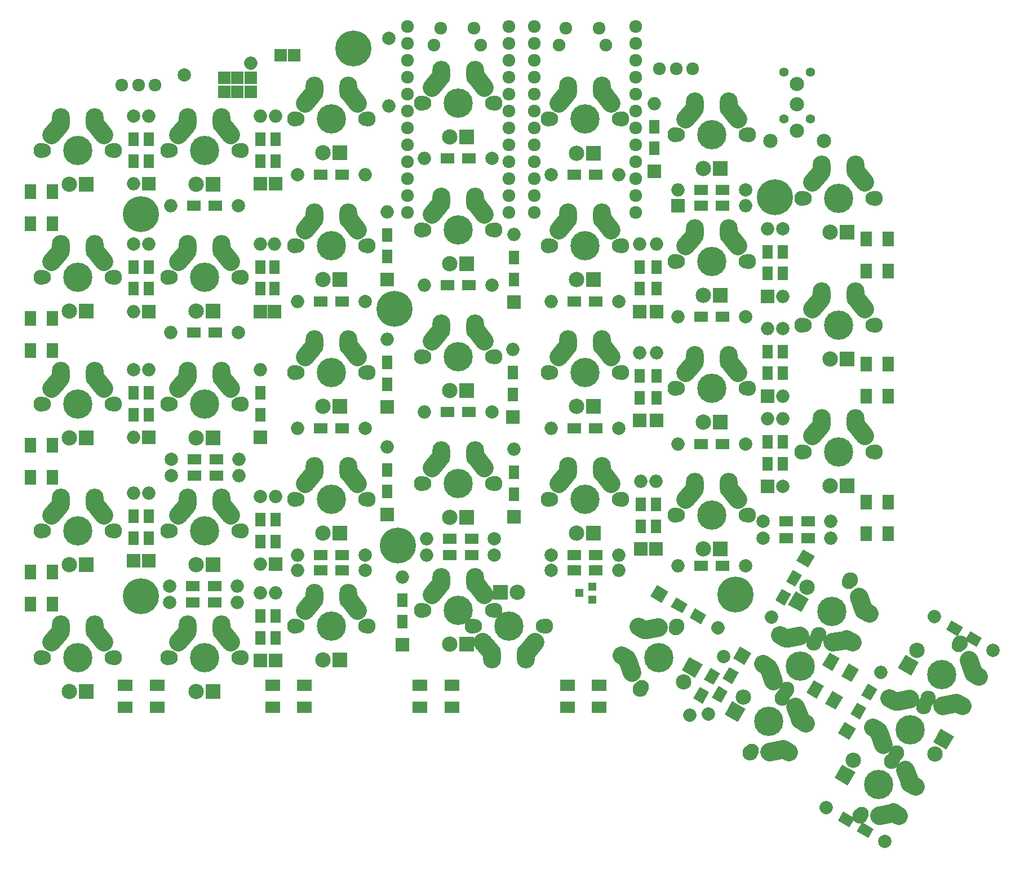
<source format=gbs>
G04 #@! TF.FileFunction,Soldermask,Bot*
%FSLAX46Y46*%
G04 Gerber Fmt 4.6, Leading zero omitted, Abs format (unit mm)*
G04 Created by KiCad (PCBNEW 4.0.7) date 06/24/18 16:56:43*
%MOMM*%
%LPD*%
G01*
G04 APERTURE LIST*
%ADD10C,0.100000*%
%ADD11C,4.400000*%
%ADD12C,2.300000*%
%ADD13C,2.800000*%
%ADD14O,2.700000X3.737000*%
%ADD15C,2.100000*%
%ADD16C,1.924000*%
%ADD17C,2.000000*%
%ADD18C,2.000000*%
%ADD19O,2.000000X2.000000*%
%ADD20C,5.400000*%
%ADD21R,1.924000X1.924000*%
%ADD22C,1.390600*%
%ADD23C,2.152600*%
%ADD24C,1.900000*%
%ADD25R,1.600000X2.000000*%
%ADD26R,2.000000X1.600000*%
%ADD27C,2.305000*%
%ADD28R,2.305000X2.305000*%
%ADD29R,1.300000X1.200000*%
%ADD30C,2.700000*%
%ADD31R,2.000000X2.000000*%
%ADD32R,1.800000X2.200000*%
%ADD33R,2.200000X1.800000*%
G04 APERTURE END LIST*
D10*
D11*
X144145000Y-127031750D03*
D12*
X149645000Y-127031750D03*
X138645000Y-127031750D03*
D13*
X148083558Y-124644959D02*
X146926540Y-123266079D01*
X141363460Y-123266079D02*
X140206442Y-124644959D01*
D14*
X141625000Y-122531750D03*
X146665000Y-122531750D03*
D15*
X139065000Y-127031750D03*
X149225000Y-127031750D03*
D11*
X125095000Y-110363000D03*
D12*
X119595000Y-110363000D03*
X130595000Y-110363000D03*
D13*
X121156442Y-107976209D02*
X122313460Y-106597329D01*
X127876540Y-106597329D02*
X129033558Y-107976209D01*
D14*
X127615000Y-105863000D03*
X122575000Y-105863000D03*
D15*
X130175000Y-110363000D03*
X120015000Y-110363000D03*
D11*
X125095000Y-91313000D03*
D12*
X119595000Y-91313000D03*
X130595000Y-91313000D03*
D13*
X121156442Y-88926209D02*
X122313460Y-87547329D01*
X127876540Y-87547329D02*
X129033558Y-88926209D01*
D14*
X127615000Y-86813000D03*
X122575000Y-86813000D03*
D15*
X130175000Y-91313000D03*
X120015000Y-91313000D03*
D11*
X86995000Y-115125500D03*
D12*
X92495000Y-115125500D03*
X81495000Y-115125500D03*
D13*
X90933558Y-112738709D02*
X89776540Y-111359829D01*
X84213460Y-111359829D02*
X83056442Y-112738709D01*
D14*
X84475000Y-110625500D03*
X89515000Y-110625500D03*
D15*
X81915000Y-115125500D03*
X92075000Y-115125500D03*
D11*
X86995000Y-57975500D03*
D12*
X92495000Y-57975500D03*
X81495000Y-57975500D03*
D13*
X90933558Y-55588709D02*
X89776540Y-54209829D01*
X84213460Y-54209829D02*
X83056442Y-55588709D01*
D14*
X84475000Y-53475500D03*
X89515000Y-53475500D03*
D15*
X81915000Y-57975500D03*
X92075000Y-57975500D03*
D11*
X182245000Y-55594250D03*
D12*
X176745000Y-55594250D03*
X187745000Y-55594250D03*
D13*
X178306442Y-53207459D02*
X179463460Y-51828579D01*
X185026540Y-51828579D02*
X186183558Y-53207459D01*
D14*
X184765000Y-51094250D03*
X179725000Y-51094250D03*
D15*
X187325000Y-55594250D03*
X177165000Y-55594250D03*
D16*
X170815000Y-39370000D03*
X170815000Y-41910000D03*
X170815000Y-44450000D03*
X170815000Y-46990000D03*
X170815000Y-49530000D03*
X170815000Y-52070000D03*
X170815000Y-54610000D03*
X170815000Y-57150000D03*
X170815000Y-59690000D03*
X170815000Y-62230000D03*
X170815000Y-64770000D03*
X170815000Y-67310000D03*
X155575000Y-67310000D03*
X155575000Y-64770000D03*
X155575000Y-62230000D03*
X155575000Y-59690000D03*
X155575000Y-57150000D03*
X155575000Y-54610000D03*
X155575000Y-52070000D03*
X155575000Y-49530000D03*
X155575000Y-46990000D03*
X155575000Y-44450000D03*
X155575000Y-41910000D03*
X155575000Y-39370000D03*
D17*
X102997000Y-46609000D03*
D18*
X113002647Y-44844735D02*
X113002647Y-44844735D01*
D17*
X133731000Y-41148000D03*
D19*
X133731000Y-51308000D03*
D20*
X134620000Y-81788000D03*
X191770000Y-65024000D03*
X185801000Y-124714000D03*
X96520000Y-67564000D03*
X96520000Y-124968000D03*
D21*
X119491000Y-43688000D03*
X117491000Y-43688000D03*
D22*
X197072000Y-46204000D03*
X193072000Y-46204000D03*
D23*
X195072000Y-51004000D03*
X191072000Y-56504000D03*
X195072000Y-55004000D03*
X199072000Y-56504000D03*
X195072000Y-48004000D03*
D22*
X193072000Y-53204000D03*
X197072000Y-53204000D03*
D16*
X160314000Y-39624000D03*
X165314000Y-39624000D03*
D24*
X159314000Y-42124000D03*
X166314000Y-42124000D03*
D16*
X96139000Y-48133000D03*
X93639000Y-48133000D03*
X98639000Y-48133000D03*
X176911000Y-45720000D03*
X174411000Y-45720000D03*
X179411000Y-45720000D03*
X146518000Y-39624000D03*
X141518000Y-39624000D03*
D24*
X147518000Y-42124000D03*
X140518000Y-42124000D03*
D20*
X135128000Y-117348000D03*
D25*
X95377000Y-59542000D03*
D17*
X95377000Y-52832000D03*
D19*
X95377000Y-62992000D03*
D25*
X95377000Y-56282000D03*
D26*
X104415000Y-66294000D03*
D17*
X111125000Y-66294000D03*
D19*
X100965000Y-66294000D03*
D26*
X107675000Y-66294000D03*
X126725000Y-61595000D03*
D17*
X120015000Y-61595000D03*
D19*
X130175000Y-61595000D03*
D26*
X123465000Y-61595000D03*
X142515000Y-59182000D03*
D17*
X149225000Y-59182000D03*
D19*
X139065000Y-59182000D03*
D26*
X145775000Y-59182000D03*
X164825000Y-61595000D03*
D17*
X158115000Y-61595000D03*
D19*
X168275000Y-61595000D03*
D26*
X161565000Y-61595000D03*
X180615000Y-63881000D03*
D17*
X187325000Y-63881000D03*
D19*
X177165000Y-63881000D03*
D26*
X183875000Y-63881000D03*
D25*
X192913000Y-76433000D03*
D17*
X192913000Y-69723000D03*
D19*
X192913000Y-79883000D03*
D25*
X192913000Y-73173000D03*
X95377000Y-78719000D03*
D17*
X95377000Y-72009000D03*
D19*
X95377000Y-82169000D03*
D25*
X95377000Y-75459000D03*
D26*
X104415000Y-85344000D03*
D17*
X111125000Y-85344000D03*
D19*
X100965000Y-85344000D03*
D26*
X107675000Y-85344000D03*
X123465000Y-80645000D03*
D17*
X130175000Y-80645000D03*
D19*
X120015000Y-80645000D03*
D26*
X126725000Y-80645000D03*
X164825000Y-121031000D03*
D17*
X158115000Y-121031000D03*
D19*
X168275000Y-121031000D03*
D26*
X161565000Y-121031000D03*
X142515000Y-78232000D03*
D17*
X149225000Y-78232000D03*
D19*
X139065000Y-78232000D03*
D26*
X145775000Y-78232000D03*
X161565000Y-80645000D03*
D17*
X168275000Y-80645000D03*
D19*
X158115000Y-80645000D03*
D26*
X164825000Y-80645000D03*
X180615000Y-82931000D03*
D17*
X187325000Y-82931000D03*
D19*
X177165000Y-82931000D03*
D26*
X183875000Y-82931000D03*
D25*
X192913000Y-91419000D03*
D17*
X192913000Y-84709000D03*
D19*
X192913000Y-94869000D03*
D25*
X192913000Y-88159000D03*
X95377000Y-97642000D03*
D17*
X95377000Y-90932000D03*
D19*
X95377000Y-101092000D03*
D25*
X95377000Y-94382000D03*
D26*
X107802000Y-104394000D03*
D17*
X101092000Y-104394000D03*
D19*
X111252000Y-104394000D03*
D26*
X104542000Y-104394000D03*
X123465000Y-99695000D03*
D17*
X130175000Y-99695000D03*
D19*
X120015000Y-99695000D03*
D26*
X126725000Y-99695000D03*
X142515000Y-97282000D03*
D17*
X149225000Y-97282000D03*
D19*
X139065000Y-97282000D03*
D26*
X145775000Y-97282000D03*
X161565000Y-99695000D03*
D17*
X168275000Y-99695000D03*
D19*
X158115000Y-99695000D03*
D26*
X164825000Y-99695000D03*
X180615000Y-102108000D03*
D17*
X187325000Y-102108000D03*
D19*
X177165000Y-102108000D03*
D26*
X183875000Y-102108000D03*
D25*
X192913000Y-101748000D03*
D17*
X192913000Y-108458000D03*
D19*
X192913000Y-98298000D03*
D25*
X192913000Y-105008000D03*
D26*
X107802000Y-106807000D03*
D17*
X101092000Y-106807000D03*
D19*
X111252000Y-106807000D03*
D26*
X104542000Y-106807000D03*
D25*
X114427000Y-116692000D03*
D17*
X114427000Y-109982000D03*
D19*
X114427000Y-120142000D03*
D25*
X114427000Y-113432000D03*
D26*
X123465000Y-118745000D03*
D17*
X130175000Y-118745000D03*
D19*
X120015000Y-118745000D03*
D26*
X126725000Y-118745000D03*
X142896000Y-116332000D03*
D17*
X149606000Y-116332000D03*
D19*
X139446000Y-116332000D03*
D26*
X146156000Y-116332000D03*
X164825000Y-118745000D03*
D17*
X158115000Y-118745000D03*
D19*
X168275000Y-118745000D03*
D26*
X161565000Y-118745000D03*
X180615000Y-120396000D03*
D17*
X187325000Y-120396000D03*
D19*
X177165000Y-120396000D03*
D26*
X183875000Y-120396000D03*
D10*
G36*
X180475180Y-138530005D02*
X181860820Y-139330005D01*
X180860820Y-141062055D01*
X179475180Y-140262055D01*
X180475180Y-138530005D01*
X180475180Y-138530005D01*
G37*
D17*
X184023000Y-133985000D03*
D18*
X178943000Y-142783818D02*
X178943000Y-142783818D01*
D10*
G36*
X182105180Y-135706763D02*
X183490820Y-136506763D01*
X182490820Y-138238813D01*
X181105180Y-137438813D01*
X182105180Y-135706763D01*
X182105180Y-135706763D01*
G37*
D26*
X107548000Y-123444000D03*
D17*
X100838000Y-123444000D03*
D19*
X110998000Y-123444000D03*
D26*
X104288000Y-123444000D03*
X107548000Y-125857000D03*
D17*
X100838000Y-125857000D03*
D19*
X110998000Y-125857000D03*
D26*
X104288000Y-125857000D03*
X123465000Y-121031000D03*
D17*
X130175000Y-121031000D03*
D19*
X120015000Y-121031000D03*
D26*
X126725000Y-121031000D03*
X142896000Y-118745000D03*
D17*
X149606000Y-118745000D03*
D19*
X139446000Y-118745000D03*
D26*
X146156000Y-118745000D03*
D20*
X128397000Y-42672000D03*
D27*
X85725000Y-63055500D03*
D28*
X88265000Y-63055500D03*
D27*
X104775000Y-63055500D03*
D28*
X107315000Y-63055500D03*
D27*
X123825000Y-58293000D03*
D28*
X126365000Y-58293000D03*
D27*
X142875000Y-55911750D03*
D28*
X145415000Y-55911750D03*
D27*
X161925000Y-58420000D03*
D28*
X164465000Y-58420000D03*
D27*
X180975000Y-60674250D03*
D28*
X183515000Y-60674250D03*
D27*
X200025000Y-70199250D03*
D28*
X202565000Y-70199250D03*
D27*
X85725000Y-82105500D03*
D28*
X88265000Y-82105500D03*
D27*
X104775000Y-82105500D03*
D28*
X107315000Y-82105500D03*
D27*
X123825000Y-77343000D03*
D28*
X126365000Y-77343000D03*
D27*
X142875000Y-74961750D03*
D28*
X145415000Y-74961750D03*
D27*
X161925000Y-77343000D03*
D28*
X164465000Y-77343000D03*
D27*
X180975000Y-79724250D03*
D28*
X183515000Y-79724250D03*
D27*
X200025000Y-89249250D03*
D28*
X202565000Y-89249250D03*
D27*
X85725000Y-101155500D03*
D28*
X88265000Y-101155500D03*
D27*
X104775000Y-101155500D03*
D28*
X107315000Y-101155500D03*
D27*
X123825000Y-96393000D03*
D28*
X126365000Y-96393000D03*
D27*
X142875000Y-94011750D03*
D28*
X145415000Y-94011750D03*
D27*
X161925000Y-96393000D03*
D28*
X164465000Y-96393000D03*
D27*
X180975000Y-98774250D03*
D28*
X183515000Y-98774250D03*
D27*
X200025000Y-108299250D03*
D28*
X202565000Y-108299250D03*
D27*
X85725000Y-120205500D03*
D28*
X88265000Y-120205500D03*
D27*
X104775000Y-120205500D03*
D28*
X107315000Y-120205500D03*
D27*
X123825000Y-115443000D03*
D28*
X126365000Y-115443000D03*
D27*
X142875000Y-113061750D03*
D28*
X145415000Y-113061750D03*
D27*
X161925000Y-115443000D03*
D28*
X164465000Y-115443000D03*
D27*
X180975000Y-117824250D03*
D28*
X183515000Y-117824250D03*
D27*
X178056409Y-137815102D03*
D10*
G36*
X179748253Y-137189742D02*
X177752065Y-136037242D01*
X178904565Y-134041054D01*
X180900753Y-135193554D01*
X179748253Y-137189742D01*
X179748253Y-137189742D01*
G37*
D27*
X85725000Y-139255500D03*
D28*
X88265000Y-139255500D03*
D27*
X104775000Y-139255500D03*
D28*
X107315000Y-139255500D03*
D27*
X123825000Y-134493000D03*
D28*
X126365000Y-134493000D03*
D27*
X142875000Y-132111750D03*
D28*
X145415000Y-132111750D03*
D16*
X136525000Y-39370000D03*
X136525000Y-41910000D03*
X136525000Y-44450000D03*
X136525000Y-46990000D03*
X136525000Y-49530000D03*
X136525000Y-52070000D03*
X136525000Y-54610000D03*
X136525000Y-57150000D03*
X136525000Y-59690000D03*
X136525000Y-62230000D03*
X136525000Y-64770000D03*
X136525000Y-67310000D03*
X151765000Y-67310000D03*
X151765000Y-64770000D03*
X151765000Y-62230000D03*
X151765000Y-59690000D03*
X151765000Y-57150000D03*
X151765000Y-54610000D03*
X151765000Y-52070000D03*
X151765000Y-49530000D03*
X151765000Y-46990000D03*
X151765000Y-44450000D03*
X151765000Y-41910000D03*
X151765000Y-39370000D03*
D27*
X153035000Y-124333000D03*
D28*
X150495000Y-124333000D03*
D10*
G36*
X206112820Y-140615995D02*
X204727180Y-139815995D01*
X205727180Y-138083945D01*
X207112820Y-138883945D01*
X206112820Y-140615995D01*
X206112820Y-140615995D01*
G37*
G36*
X202931025Y-146527025D02*
X201198975Y-145527025D01*
X202198975Y-143794975D01*
X203931025Y-144794975D01*
X202931025Y-146527025D01*
X202931025Y-146527025D01*
G37*
D18*
X207645000Y-136362182D02*
X207645000Y-136362182D01*
D10*
G36*
X204482820Y-143439237D02*
X203097180Y-142639237D01*
X204097180Y-140907187D01*
X205482820Y-141707187D01*
X204482820Y-143439237D01*
X204482820Y-143439237D01*
G37*
D29*
X164322000Y-125410000D03*
X164322000Y-123510000D03*
X162322000Y-124460000D03*
D11*
X86995000Y-77025500D03*
D12*
X92495000Y-77025500D03*
X81495000Y-77025500D03*
D13*
X90933558Y-74638709D02*
X89776540Y-73259829D01*
X84213460Y-73259829D02*
X83056442Y-74638709D01*
D14*
X84475000Y-72525500D03*
X89515000Y-72525500D03*
D15*
X81915000Y-77025500D03*
X92075000Y-77025500D03*
D11*
X86995000Y-96075500D03*
D12*
X92495000Y-96075500D03*
X81495000Y-96075500D03*
D13*
X90933558Y-93688709D02*
X89776540Y-92309829D01*
X84213460Y-92309829D02*
X83056442Y-93688709D01*
D14*
X84475000Y-91575500D03*
X89515000Y-91575500D03*
D15*
X81915000Y-96075500D03*
X92075000Y-96075500D03*
D11*
X106045000Y-57975500D03*
D12*
X100545000Y-57975500D03*
X111545000Y-57975500D03*
D13*
X102106442Y-55588709D02*
X103263460Y-54209829D01*
X108826540Y-54209829D02*
X109983558Y-55588709D01*
D14*
X108565000Y-53475500D03*
X103525000Y-53475500D03*
D15*
X111125000Y-57975500D03*
X100965000Y-57975500D03*
D11*
X106045000Y-77025500D03*
D12*
X100545000Y-77025500D03*
X111545000Y-77025500D03*
D13*
X102106442Y-74638709D02*
X103263460Y-73259829D01*
X108826540Y-73259829D02*
X109983558Y-74638709D01*
D14*
X108565000Y-72525500D03*
X103525000Y-72525500D03*
D15*
X111125000Y-77025500D03*
X100965000Y-77025500D03*
D11*
X106045000Y-96075500D03*
D12*
X100545000Y-96075500D03*
X111545000Y-96075500D03*
D13*
X102106442Y-93688709D02*
X103263460Y-92309829D01*
X108826540Y-92309829D02*
X109983558Y-93688709D01*
D14*
X108565000Y-91575500D03*
X103525000Y-91575500D03*
D15*
X111125000Y-96075500D03*
X100965000Y-96075500D03*
D11*
X106045000Y-115125500D03*
D12*
X100545000Y-115125500D03*
X111545000Y-115125500D03*
D13*
X102106442Y-112738709D02*
X103263460Y-111359829D01*
X108826540Y-111359829D02*
X109983558Y-112738709D01*
D14*
X108565000Y-110625500D03*
X103525000Y-110625500D03*
D15*
X111125000Y-115125500D03*
X100965000Y-115125500D03*
D11*
X125095000Y-53213000D03*
D12*
X130595000Y-53213000D03*
X119595000Y-53213000D03*
D13*
X129033558Y-50826209D02*
X127876540Y-49447329D01*
X122313460Y-49447329D02*
X121156442Y-50826209D01*
D14*
X122575000Y-48713000D03*
X127615000Y-48713000D03*
D15*
X120015000Y-53213000D03*
X130175000Y-53213000D03*
D11*
X125095000Y-72263000D03*
D12*
X130595000Y-72263000D03*
X119595000Y-72263000D03*
D13*
X129033558Y-69876209D02*
X127876540Y-68497329D01*
X122313460Y-68497329D02*
X121156442Y-69876209D01*
D14*
X122575000Y-67763000D03*
X127615000Y-67763000D03*
D15*
X120015000Y-72263000D03*
X130175000Y-72263000D03*
D11*
X144145000Y-50831750D03*
D12*
X138645000Y-50831750D03*
X149645000Y-50831750D03*
D13*
X140206442Y-48444959D02*
X141363460Y-47066079D01*
X146926540Y-47066079D02*
X148083558Y-48444959D01*
D14*
X146665000Y-46331750D03*
X141625000Y-46331750D03*
D15*
X149225000Y-50831750D03*
X139065000Y-50831750D03*
D11*
X144145000Y-69881750D03*
D12*
X138645000Y-69881750D03*
X149645000Y-69881750D03*
D13*
X140206442Y-67494959D02*
X141363460Y-66116079D01*
X146926540Y-66116079D02*
X148083558Y-67494959D01*
D14*
X146665000Y-65381750D03*
X141625000Y-65381750D03*
D15*
X149225000Y-69881750D03*
X139065000Y-69881750D03*
D11*
X144145000Y-88931750D03*
D12*
X138645000Y-88931750D03*
X149645000Y-88931750D03*
D13*
X140206442Y-86544959D02*
X141363460Y-85166079D01*
X146926540Y-85166079D02*
X148083558Y-86544959D01*
D14*
X146665000Y-84431750D03*
X141625000Y-84431750D03*
D15*
X149225000Y-88931750D03*
X139065000Y-88931750D03*
D11*
X144145000Y-107981750D03*
D12*
X138645000Y-107981750D03*
X149645000Y-107981750D03*
D13*
X140206442Y-105594959D02*
X141363460Y-104216079D01*
X146926540Y-104216079D02*
X148083558Y-105594959D01*
D14*
X146665000Y-103481750D03*
X141625000Y-103481750D03*
D15*
X149225000Y-107981750D03*
X139065000Y-107981750D03*
D11*
X163195000Y-53213000D03*
D12*
X157695000Y-53213000D03*
X168695000Y-53213000D03*
D13*
X159256442Y-50826209D02*
X160413460Y-49447329D01*
X165976540Y-49447329D02*
X167133558Y-50826209D01*
D14*
X165715000Y-48713000D03*
X160675000Y-48713000D03*
D15*
X168275000Y-53213000D03*
X158115000Y-53213000D03*
D11*
X163195000Y-72263000D03*
D12*
X157695000Y-72263000D03*
X168695000Y-72263000D03*
D13*
X159256442Y-69876209D02*
X160413460Y-68497329D01*
X165976540Y-68497329D02*
X167133558Y-69876209D01*
D14*
X165715000Y-67763000D03*
X160675000Y-67763000D03*
D15*
X168275000Y-72263000D03*
X158115000Y-72263000D03*
D11*
X163195000Y-91313000D03*
D12*
X157695000Y-91313000D03*
X168695000Y-91313000D03*
D13*
X159256442Y-88926209D02*
X160413460Y-87547329D01*
X165976540Y-87547329D02*
X167133558Y-88926209D01*
D14*
X165715000Y-86813000D03*
X160675000Y-86813000D03*
D15*
X168275000Y-91313000D03*
X158115000Y-91313000D03*
D11*
X163195000Y-110363000D03*
D12*
X157695000Y-110363000D03*
X168695000Y-110363000D03*
D13*
X159256442Y-107976209D02*
X160413460Y-106597329D01*
X165976540Y-106597329D02*
X167133558Y-107976209D01*
D14*
X165715000Y-105863000D03*
X160675000Y-105863000D03*
D15*
X168275000Y-110363000D03*
X158115000Y-110363000D03*
D11*
X182245000Y-74644250D03*
D12*
X187745000Y-74644250D03*
X176745000Y-74644250D03*
D13*
X186183558Y-72257459D02*
X185026540Y-70878579D01*
X179463460Y-70878579D02*
X178306442Y-72257459D01*
D14*
X179725000Y-70144250D03*
X184765000Y-70144250D03*
D15*
X177165000Y-74644250D03*
X187325000Y-74644250D03*
D11*
X182245000Y-93694250D03*
D12*
X187745000Y-93694250D03*
X176745000Y-93694250D03*
D13*
X186183558Y-91307459D02*
X185026540Y-89928579D01*
X179463460Y-89928579D02*
X178306442Y-91307459D01*
D14*
X179725000Y-89194250D03*
X184765000Y-89194250D03*
D15*
X177165000Y-93694250D03*
X187325000Y-93694250D03*
D11*
X182245000Y-112744250D03*
D12*
X187745000Y-112744250D03*
X176745000Y-112744250D03*
D13*
X186183558Y-110357459D02*
X185026540Y-108978579D01*
X179463460Y-108978579D02*
X178306442Y-110357459D01*
D14*
X179725000Y-108244250D03*
X184765000Y-108244250D03*
D15*
X177165000Y-112744250D03*
X187325000Y-112744250D03*
D11*
X201295000Y-65119250D03*
D12*
X195795000Y-65119250D03*
X206795000Y-65119250D03*
D13*
X197356442Y-62732459D02*
X198513460Y-61353579D01*
X204076540Y-61353579D02*
X205233558Y-62732459D01*
D14*
X203815000Y-60619250D03*
X198775000Y-60619250D03*
D15*
X206375000Y-65119250D03*
X196215000Y-65119250D03*
D11*
X201295000Y-84169250D03*
D12*
X195795000Y-84169250D03*
X206795000Y-84169250D03*
D13*
X197356442Y-81782459D02*
X198513460Y-80403579D01*
X204076540Y-80403579D02*
X205233558Y-81782459D01*
D14*
X203815000Y-79669250D03*
X198775000Y-79669250D03*
D15*
X206375000Y-84169250D03*
X196215000Y-84169250D03*
D11*
X201295000Y-103219250D03*
D12*
X195795000Y-103219250D03*
X206795000Y-103219250D03*
D13*
X197356442Y-100832459D02*
X198513460Y-99453579D01*
X204076540Y-99453579D02*
X205233558Y-100832459D01*
D14*
X203815000Y-98719250D03*
X198775000Y-98719250D03*
D15*
X206375000Y-103219250D03*
X196215000Y-103219250D03*
D11*
X200315000Y-127202300D03*
D12*
X203065000Y-122439160D03*
X197565000Y-131965440D03*
D13*
X204351301Y-124984805D02*
X204966937Y-126676251D01*
X202185397Y-131494020D02*
X200412743Y-131806586D01*
D30*
X203401148Y-131893934D02*
X202503080Y-131375434D01*
X205921148Y-127529166D02*
X205023080Y-127010666D01*
D15*
X197775000Y-131601709D03*
X202855000Y-122802891D03*
D11*
X86995000Y-134175500D03*
D12*
X92495000Y-134175500D03*
X81495000Y-134175500D03*
D13*
X90933558Y-131788709D02*
X89776540Y-130409829D01*
X84213460Y-130409829D02*
X83056442Y-131788709D01*
D14*
X84475000Y-129675500D03*
X89515000Y-129675500D03*
D15*
X81915000Y-134175500D03*
X92075000Y-134175500D03*
D11*
X106045000Y-134175500D03*
D12*
X100545000Y-134175500D03*
X111545000Y-134175500D03*
D13*
X102106442Y-131788709D02*
X103263460Y-130409829D01*
X108826540Y-130409829D02*
X109983558Y-131788709D01*
D14*
X108565000Y-129675500D03*
X103525000Y-129675500D03*
D15*
X111125000Y-134175500D03*
X100965000Y-134175500D03*
D11*
X125095000Y-129413000D03*
D12*
X130595000Y-129413000D03*
X119595000Y-129413000D03*
D13*
X129033558Y-127026209D02*
X127876540Y-125647329D01*
X122313460Y-125647329D02*
X121156442Y-127026209D01*
D14*
X122575000Y-124913000D03*
X127615000Y-124913000D03*
D15*
X120015000Y-129413000D03*
X130175000Y-129413000D03*
D11*
X174292000Y-134175250D03*
D12*
X171542000Y-138938390D03*
X177042000Y-129412110D03*
D13*
X170255699Y-136392745D02*
X169640063Y-134701299D01*
X172421603Y-129883530D02*
X174194257Y-129570964D01*
D30*
X171205852Y-129483616D02*
X172103920Y-130002116D01*
X168685852Y-133848384D02*
X169583920Y-134366884D01*
D15*
X176832000Y-129775841D03*
X171752000Y-138574659D03*
D11*
X190790000Y-143700300D03*
D12*
X193540000Y-138937160D03*
X188040000Y-148463440D03*
D13*
X194826301Y-141482805D02*
X195441937Y-143174251D01*
X192660397Y-147992020D02*
X190887743Y-148304586D01*
D30*
X193876148Y-148391934D02*
X192978080Y-147873434D01*
X196396148Y-144027166D02*
X195498080Y-143508666D01*
D15*
X188250000Y-148099709D03*
X193330000Y-139300891D03*
D11*
X195552500Y-135451250D03*
D12*
X192802500Y-140214390D03*
X198302500Y-130688110D03*
D13*
X191516199Y-137668745D02*
X190900563Y-135977299D01*
X193682103Y-131159530D02*
X195454757Y-130846964D01*
D30*
X192466352Y-130759616D02*
X193364420Y-131278116D01*
X189946352Y-135124384D02*
X190844420Y-135642884D01*
D15*
X198092500Y-131051841D03*
X193012500Y-139850659D03*
D11*
X151765000Y-129413000D03*
D12*
X157265000Y-129413000D03*
X146265000Y-129413000D03*
D13*
X155703558Y-131799791D02*
X154546540Y-133178671D01*
X148983460Y-133178671D02*
X147826442Y-131799791D01*
D14*
X149245000Y-133913000D03*
X154285000Y-133913000D03*
D15*
X146685000Y-129413000D03*
X156845000Y-129413000D03*
D11*
X216813000Y-136727350D03*
D12*
X219563000Y-131964210D03*
X214063000Y-141490490D03*
D13*
X220849301Y-134509855D02*
X221464937Y-136201301D01*
X218683397Y-141019070D02*
X216910743Y-141331636D01*
D30*
X219899148Y-141418984D02*
X219001080Y-140900484D01*
X222419148Y-137054216D02*
X221521080Y-136535716D01*
D15*
X214273000Y-141126759D03*
X219353000Y-132327941D03*
D11*
X212050500Y-144976300D03*
D12*
X209300500Y-149739440D03*
X214800500Y-140213160D03*
D13*
X208014199Y-147193795D02*
X207398563Y-145502349D01*
X210180103Y-140684580D02*
X211952757Y-140372014D01*
D30*
X208964352Y-140284666D02*
X209862420Y-140803166D01*
X206444352Y-144649434D02*
X207342420Y-145167934D01*
D15*
X214590500Y-140576891D03*
X209510500Y-149375709D03*
D11*
X207288000Y-153225350D03*
D12*
X210038000Y-148462210D03*
X204538000Y-157988490D03*
D13*
X211324301Y-151007855D02*
X211939937Y-152699301D01*
X209158397Y-157517070D02*
X207385743Y-157829636D01*
D30*
X210374148Y-157916984D02*
X209476080Y-157398484D01*
X212894148Y-153552216D02*
X211996080Y-153033716D01*
D15*
X204748000Y-157624759D03*
X209828000Y-148825941D03*
D21*
X112998000Y-47032000D03*
X110998000Y-47032000D03*
X108998000Y-47032000D03*
X112998000Y-49191000D03*
X110998000Y-49191000D03*
X108998000Y-49191000D03*
D27*
X196550591Y-123562448D03*
D10*
G36*
X194858747Y-124187808D02*
X196854935Y-125340308D01*
X195702435Y-127336496D01*
X193706247Y-126183996D01*
X194858747Y-124187808D01*
X194858747Y-124187808D01*
G37*
D27*
X213048591Y-133087498D03*
D10*
G36*
X211356747Y-133712858D02*
X213352935Y-134865358D01*
X212200435Y-136861546D01*
X210204247Y-135709046D01*
X211356747Y-133712858D01*
X211356747Y-133712858D01*
G37*
D27*
X187025591Y-140060448D03*
D10*
G36*
X185333747Y-140685808D02*
X187329935Y-141838308D01*
X186177435Y-143834496D01*
X184181247Y-142681996D01*
X185333747Y-140685808D01*
X185333747Y-140685808D01*
G37*
D27*
X203523591Y-149585498D03*
D10*
G36*
X201831747Y-150210858D02*
X203827935Y-151363358D01*
X202675435Y-153359546D01*
X200679247Y-152207046D01*
X201831747Y-150210858D01*
X201831747Y-150210858D01*
G37*
D26*
X196702000Y-113665000D03*
D17*
X189992000Y-113665000D03*
D19*
X200152000Y-113665000D03*
D26*
X193442000Y-113665000D03*
D10*
G36*
X219990995Y-129548180D02*
X219190995Y-130933820D01*
X217458945Y-129933820D01*
X218258945Y-128548180D01*
X219990995Y-129548180D01*
X219990995Y-129548180D01*
G37*
D17*
X224536000Y-133096000D03*
D18*
X215737182Y-128016000D02*
X215737182Y-128016000D01*
D10*
G36*
X222814237Y-131178180D02*
X222014237Y-132563820D01*
X220282187Y-131563820D01*
X221082187Y-130178180D01*
X222814237Y-131178180D01*
X222814237Y-131178180D01*
G37*
D26*
X196702000Y-116205000D03*
D17*
X189992000Y-116205000D03*
D19*
X200152000Y-116205000D03*
D26*
X193442000Y-116205000D03*
D10*
G36*
X203734995Y-158250180D02*
X202934995Y-159635820D01*
X201202945Y-158635820D01*
X202002945Y-157250180D01*
X203734995Y-158250180D01*
X203734995Y-158250180D01*
G37*
D17*
X208280000Y-161798000D03*
D18*
X199481182Y-156718000D02*
X199481182Y-156718000D01*
D10*
G36*
X206558237Y-159880180D02*
X205758237Y-161265820D01*
X204026187Y-160265820D01*
X204826187Y-158880180D01*
X206558237Y-159880180D01*
X206558237Y-159880180D01*
G37*
D27*
X215814909Y-148616152D03*
D10*
G36*
X217506753Y-147990792D02*
X215510565Y-146838292D01*
X216663065Y-144842104D01*
X218659253Y-145994604D01*
X217506753Y-147990792D01*
X217506753Y-147990792D01*
G37*
D25*
X97663000Y-56282000D03*
D31*
X97663000Y-62992000D03*
D19*
X97663000Y-52832000D03*
D25*
X97663000Y-59542000D03*
X97663000Y-75459000D03*
D31*
X97663000Y-82169000D03*
D19*
X97663000Y-72009000D03*
D25*
X97663000Y-78719000D03*
X97663000Y-94382000D03*
D31*
X97663000Y-101092000D03*
D19*
X97663000Y-90932000D03*
D25*
X97663000Y-97642000D03*
X95377000Y-112924000D03*
D31*
X95377000Y-119634000D03*
D19*
X95377000Y-109474000D03*
D25*
X95377000Y-116184000D03*
X114427000Y-56282000D03*
D31*
X114427000Y-62992000D03*
D19*
X114427000Y-52832000D03*
D25*
X114427000Y-59542000D03*
X114427000Y-75459000D03*
D31*
X114427000Y-82169000D03*
D19*
X114427000Y-72009000D03*
D25*
X114427000Y-78719000D03*
X114427000Y-94382000D03*
D31*
X114427000Y-101092000D03*
D19*
X114427000Y-90932000D03*
D25*
X114427000Y-97642000D03*
X116713000Y-113432000D03*
D31*
X116713000Y-120142000D03*
D19*
X116713000Y-109982000D03*
D25*
X116713000Y-116692000D03*
X116713000Y-56282000D03*
D31*
X116713000Y-62992000D03*
D19*
X116713000Y-52832000D03*
D25*
X116713000Y-59542000D03*
X116586000Y-75459000D03*
D31*
X116586000Y-82169000D03*
D19*
X116586000Y-72009000D03*
D25*
X116586000Y-78719000D03*
X133477000Y-89810000D03*
D31*
X133477000Y-96520000D03*
D19*
X133477000Y-86360000D03*
D25*
X133477000Y-93070000D03*
X133477000Y-105939000D03*
D31*
X133477000Y-112649000D03*
D19*
X133477000Y-102489000D03*
D25*
X133477000Y-109199000D03*
X133477000Y-70633000D03*
D31*
X133477000Y-77343000D03*
D19*
X133477000Y-67183000D03*
D25*
X133477000Y-73893000D03*
X152527000Y-74062000D03*
D31*
X152527000Y-80772000D03*
D19*
X152527000Y-70612000D03*
D25*
X152527000Y-77322000D03*
X152400000Y-91334000D03*
D31*
X152400000Y-98044000D03*
D19*
X152400000Y-87884000D03*
D25*
X152400000Y-94594000D03*
X152527000Y-106320000D03*
D31*
X152527000Y-113030000D03*
D19*
X152527000Y-102870000D03*
D25*
X152527000Y-109580000D03*
X173609000Y-54377000D03*
D31*
X173609000Y-61087000D03*
D19*
X173609000Y-50927000D03*
D25*
X173609000Y-57637000D03*
X171450000Y-75459000D03*
D31*
X171450000Y-82169000D03*
D19*
X171450000Y-72009000D03*
D25*
X171450000Y-78719000D03*
X171450000Y-91842000D03*
D31*
X171450000Y-98552000D03*
D19*
X171450000Y-88392000D03*
D25*
X171450000Y-95102000D03*
X171577000Y-111146000D03*
D31*
X171577000Y-117856000D03*
D19*
X171577000Y-107696000D03*
D25*
X171577000Y-114406000D03*
D26*
X183875000Y-66294000D03*
D31*
X177165000Y-66294000D03*
D19*
X187325000Y-66294000D03*
D26*
X180615000Y-66294000D03*
D25*
X173990000Y-75459000D03*
D31*
X173990000Y-82169000D03*
D19*
X173990000Y-72009000D03*
D25*
X173990000Y-78719000D03*
X173990000Y-91842000D03*
D31*
X173990000Y-98552000D03*
D19*
X173990000Y-88392000D03*
D25*
X173990000Y-95102000D03*
X173863000Y-111146000D03*
D31*
X173863000Y-117856000D03*
D19*
X173863000Y-107696000D03*
D25*
X173863000Y-114406000D03*
X190627000Y-73173000D03*
D31*
X190627000Y-79883000D03*
D19*
X190627000Y-69723000D03*
D25*
X190627000Y-76433000D03*
X190627000Y-88159000D03*
D31*
X190627000Y-94869000D03*
D19*
X190627000Y-84709000D03*
D25*
X190627000Y-91419000D03*
X190627000Y-101748000D03*
D31*
X190627000Y-108458000D03*
D19*
X190627000Y-98298000D03*
D25*
X190627000Y-105008000D03*
D10*
G36*
X192794180Y-123798005D02*
X194179820Y-124598005D01*
X193179820Y-126330055D01*
X191794180Y-125530055D01*
X192794180Y-123798005D01*
X192794180Y-123798005D01*
G37*
G36*
X195975975Y-117886975D02*
X197708025Y-118886975D01*
X196708025Y-120619025D01*
X194975975Y-119619025D01*
X195975975Y-117886975D01*
X195975975Y-117886975D01*
G37*
D18*
X191262000Y-128051818D02*
X191262000Y-128051818D01*
D10*
G36*
X194424180Y-120974763D02*
X195809820Y-121774763D01*
X194809820Y-123506813D01*
X193424180Y-122706813D01*
X194424180Y-120974763D01*
X194424180Y-120974763D01*
G37*
D25*
X97663000Y-112924000D03*
D31*
X97663000Y-119634000D03*
D19*
X97663000Y-109474000D03*
D25*
X97663000Y-116184000D03*
X114427000Y-127910000D03*
D31*
X114427000Y-134620000D03*
D19*
X114427000Y-124460000D03*
D25*
X114427000Y-131170000D03*
X116713000Y-127910000D03*
D31*
X116713000Y-134620000D03*
D19*
X116713000Y-124460000D03*
D25*
X116713000Y-131170000D03*
X135763000Y-125497000D03*
D31*
X135763000Y-132207000D03*
D19*
X135763000Y-122047000D03*
D25*
X135763000Y-128757000D03*
D10*
G36*
X178916005Y-128134820D02*
X179716005Y-126749180D01*
X181448055Y-127749180D01*
X180648055Y-129134820D01*
X178916005Y-128134820D01*
X178916005Y-128134820D01*
G37*
G36*
X173004975Y-124953025D02*
X174004975Y-123220975D01*
X175737025Y-124220975D01*
X174737025Y-125953025D01*
X173004975Y-124953025D01*
X173004975Y-124953025D01*
G37*
D18*
X183169818Y-129667000D02*
X183169818Y-129667000D01*
D10*
G36*
X176092763Y-126504820D02*
X176892763Y-125119180D01*
X178624813Y-126119180D01*
X177824813Y-127504820D01*
X176092763Y-126504820D01*
X176092763Y-126504820D01*
G37*
G36*
X183269180Y-138403005D02*
X184654820Y-139203005D01*
X183654820Y-140935055D01*
X182269180Y-140135055D01*
X183269180Y-138403005D01*
X183269180Y-138403005D01*
G37*
G36*
X186450975Y-132491975D02*
X188183025Y-133491975D01*
X187183025Y-135224025D01*
X185450975Y-134224025D01*
X186450975Y-132491975D01*
X186450975Y-132491975D01*
G37*
D18*
X181737000Y-142656818D02*
X181737000Y-142656818D01*
D10*
G36*
X184899180Y-135579763D02*
X186284820Y-136379763D01*
X185284820Y-138111813D01*
X183899180Y-137311813D01*
X184899180Y-135579763D01*
X184899180Y-135579763D01*
G37*
D32*
X83184000Y-68948000D03*
X79884000Y-68948000D03*
X79884000Y-64148000D03*
X83184000Y-64148000D03*
X83184000Y-87998000D03*
X79884000Y-87998000D03*
X79884000Y-83198000D03*
X83184000Y-83198000D03*
X83184000Y-107048000D03*
X79884000Y-107048000D03*
X79884000Y-102248000D03*
X83184000Y-102248000D03*
X83184000Y-126098000D03*
X79884000Y-126098000D03*
X79884000Y-121298000D03*
X83184000Y-121298000D03*
D33*
X98920000Y-138304000D03*
X98920000Y-141604000D03*
X94120000Y-141604000D03*
X94120000Y-138304000D03*
X121060333Y-138304000D03*
X121060333Y-141604000D03*
X116260333Y-141604000D03*
X116260333Y-138304000D03*
X143200667Y-138304000D03*
X143200667Y-141604000D03*
X138400667Y-141604000D03*
X138400667Y-138304000D03*
X165341000Y-138304000D03*
X165341000Y-141604000D03*
X160541000Y-141604000D03*
X160541000Y-138304000D03*
D10*
G36*
X201506481Y-134261911D02*
X200406481Y-136167167D01*
X198847635Y-135267167D01*
X199947635Y-133361911D01*
X201506481Y-134261911D01*
X201506481Y-134261911D01*
G37*
G36*
X204364365Y-135911911D02*
X203264365Y-137817167D01*
X201705519Y-136917167D01*
X202805519Y-135011911D01*
X204364365Y-135911911D01*
X204364365Y-135911911D01*
G37*
G36*
X201964365Y-140068833D02*
X200864365Y-141974089D01*
X199305519Y-141074089D01*
X200405519Y-139168833D01*
X201964365Y-140068833D01*
X201964365Y-140068833D01*
G37*
G36*
X199106481Y-138418833D02*
X198006481Y-140324089D01*
X196447635Y-139424089D01*
X197547635Y-137518833D01*
X199106481Y-138418833D01*
X199106481Y-138418833D01*
G37*
D32*
X205487000Y-110757000D03*
X208787000Y-110757000D03*
X208787000Y-115557000D03*
X205487000Y-115557000D03*
X205487000Y-90056000D03*
X208787000Y-90056000D03*
X208787000Y-94856000D03*
X205487000Y-94856000D03*
X205487000Y-71260000D03*
X208787000Y-71260000D03*
X208787000Y-76060000D03*
X205487000Y-76060000D03*
M02*

</source>
